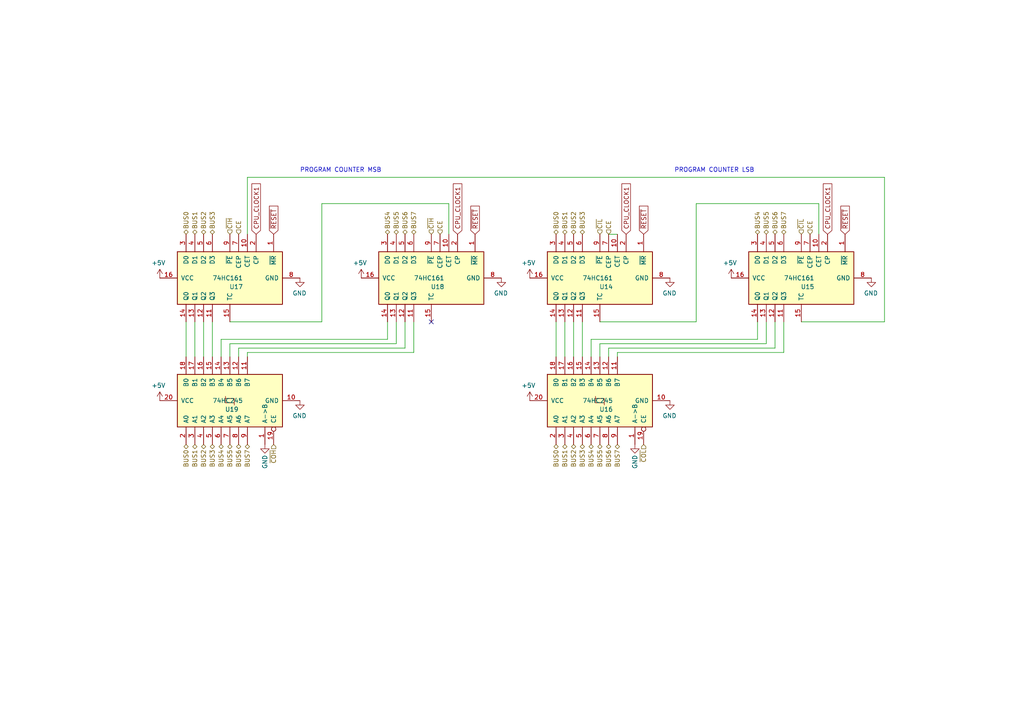
<source format=kicad_sch>
(kicad_sch (version 20211123) (generator eeschema)

  (uuid 531210ac-d133-4fad-8436-d617d548259f)

  (paper "A4")

  (title_block
    (title "Program Counter")
    (date "2023-06-22")
    (rev "1.2")
    (comment 2 "creativecommons.org/licenses/by-nc-sa/4.0/")
    (comment 3 "This work is licensed under CC BY-NC-SA 4.0")
    (comment 4 "Author: Carsten Herting (slu4)")
  )

  (lib_symbols
    (symbol "74xx:74HC245" (pin_names (offset 1.016)) (in_bom yes) (on_board yes)
      (property "Reference" "U" (id 0) (at -7.62 16.51 0)
        (effects (font (size 1.27 1.27)))
      )
      (property "Value" "74HC245" (id 1) (at -7.62 -16.51 0)
        (effects (font (size 1.27 1.27)))
      )
      (property "Footprint" "" (id 2) (at 0 0 0)
        (effects (font (size 1.27 1.27)) hide)
      )
      (property "Datasheet" "http://www.ti.com/lit/gpn/sn74HC245" (id 3) (at 0 0 0)
        (effects (font (size 1.27 1.27)) hide)
      )
      (property "ki_locked" "" (id 4) (at 0 0 0)
        (effects (font (size 1.27 1.27)))
      )
      (property "ki_keywords" "HCMOS BUS 3State" (id 5) (at 0 0 0)
        (effects (font (size 1.27 1.27)) hide)
      )
      (property "ki_description" "Octal BUS Transceivers, 3-State outputs" (id 6) (at 0 0 0)
        (effects (font (size 1.27 1.27)) hide)
      )
      (property "ki_fp_filters" "DIP?20*" (id 7) (at 0 0 0)
        (effects (font (size 1.27 1.27)) hide)
      )
      (symbol "74HC245_1_0"
        (polyline
          (pts
            (xy -0.635 -1.27)
            (xy -0.635 1.27)
            (xy 0.635 1.27)
          )
          (stroke (width 0) (type default) (color 0 0 0 0))
          (fill (type none))
        )
        (polyline
          (pts
            (xy -1.27 -1.27)
            (xy 0.635 -1.27)
            (xy 0.635 1.27)
            (xy 1.27 1.27)
          )
          (stroke (width 0) (type default) (color 0 0 0 0))
          (fill (type none))
        )
        (pin input line (at -12.7 -10.16 0) (length 5.08)
          (name "A->B" (effects (font (size 1.27 1.27))))
          (number "1" (effects (font (size 1.27 1.27))))
        )
        (pin power_in line (at 0 -20.32 90) (length 5.08)
          (name "GND" (effects (font (size 1.27 1.27))))
          (number "10" (effects (font (size 1.27 1.27))))
        )
        (pin tri_state line (at 12.7 -5.08 180) (length 5.08)
          (name "B7" (effects (font (size 1.27 1.27))))
          (number "11" (effects (font (size 1.27 1.27))))
        )
        (pin tri_state line (at 12.7 -2.54 180) (length 5.08)
          (name "B6" (effects (font (size 1.27 1.27))))
          (number "12" (effects (font (size 1.27 1.27))))
        )
        (pin tri_state line (at 12.7 0 180) (length 5.08)
          (name "B5" (effects (font (size 1.27 1.27))))
          (number "13" (effects (font (size 1.27 1.27))))
        )
        (pin tri_state line (at 12.7 2.54 180) (length 5.08)
          (name "B4" (effects (font (size 1.27 1.27))))
          (number "14" (effects (font (size 1.27 1.27))))
        )
        (pin tri_state line (at 12.7 5.08 180) (length 5.08)
          (name "B3" (effects (font (size 1.27 1.27))))
          (number "15" (effects (font (size 1.27 1.27))))
        )
        (pin tri_state line (at 12.7 7.62 180) (length 5.08)
          (name "B2" (effects (font (size 1.27 1.27))))
          (number "16" (effects (font (size 1.27 1.27))))
        )
        (pin tri_state line (at 12.7 10.16 180) (length 5.08)
          (name "B1" (effects (font (size 1.27 1.27))))
          (number "17" (effects (font (size 1.27 1.27))))
        )
        (pin tri_state line (at 12.7 12.7 180) (length 5.08)
          (name "B0" (effects (font (size 1.27 1.27))))
          (number "18" (effects (font (size 1.27 1.27))))
        )
        (pin input inverted (at -12.7 -12.7 0) (length 5.08)
          (name "CE" (effects (font (size 1.27 1.27))))
          (number "19" (effects (font (size 1.27 1.27))))
        )
        (pin tri_state line (at -12.7 12.7 0) (length 5.08)
          (name "A0" (effects (font (size 1.27 1.27))))
          (number "2" (effects (font (size 1.27 1.27))))
        )
        (pin power_in line (at 0 20.32 270) (length 5.08)
          (name "VCC" (effects (font (size 1.27 1.27))))
          (number "20" (effects (font (size 1.27 1.27))))
        )
        (pin tri_state line (at -12.7 10.16 0) (length 5.08)
          (name "A1" (effects (font (size 1.27 1.27))))
          (number "3" (effects (font (size 1.27 1.27))))
        )
        (pin tri_state line (at -12.7 7.62 0) (length 5.08)
          (name "A2" (effects (font (size 1.27 1.27))))
          (number "4" (effects (font (size 1.27 1.27))))
        )
        (pin tri_state line (at -12.7 5.08 0) (length 5.08)
          (name "A3" (effects (font (size 1.27 1.27))))
          (number "5" (effects (font (size 1.27 1.27))))
        )
        (pin tri_state line (at -12.7 2.54 0) (length 5.08)
          (name "A4" (effects (font (size 1.27 1.27))))
          (number "6" (effects (font (size 1.27 1.27))))
        )
        (pin tri_state line (at -12.7 0 0) (length 5.08)
          (name "A5" (effects (font (size 1.27 1.27))))
          (number "7" (effects (font (size 1.27 1.27))))
        )
        (pin tri_state line (at -12.7 -2.54 0) (length 5.08)
          (name "A6" (effects (font (size 1.27 1.27))))
          (number "8" (effects (font (size 1.27 1.27))))
        )
        (pin tri_state line (at -12.7 -5.08 0) (length 5.08)
          (name "A7" (effects (font (size 1.27 1.27))))
          (number "9" (effects (font (size 1.27 1.27))))
        )
      )
      (symbol "74HC245_1_1"
        (rectangle (start -7.62 15.24) (end 7.62 -15.24)
          (stroke (width 0.254) (type default) (color 0 0 0 0))
          (fill (type background))
        )
      )
    )
    (symbol "8-Bit CPU 32k:74HC161" (pin_names (offset 1.016)) (in_bom yes) (on_board yes)
      (property "Reference" "U" (id 0) (at -7.62 16.51 0)
        (effects (font (size 1.27 1.27)))
      )
      (property "Value" "74HC161" (id 1) (at -7.62 -16.51 0)
        (effects (font (size 1.27 1.27)))
      )
      (property "Footprint" "" (id 2) (at 0 0 0)
        (effects (font (size 1.27 1.27)) hide)
      )
      (property "Datasheet" "http://www.ti.com/lit/gpn/sn74LS161" (id 3) (at 0 0 0)
        (effects (font (size 1.27 1.27)) hide)
      )
      (property "ki_locked" "" (id 4) (at 0 0 0)
        (effects (font (size 1.27 1.27)))
      )
      (property "ki_keywords" "TTL CNT CNT4" (id 5) (at 0 0 0)
        (effects (font (size 1.27 1.27)) hide)
      )
      (property "ki_description" "Synchronous 4-bit programmable binary Counter" (id 6) (at 0 0 0)
        (effects (font (size 1.27 1.27)) hide)
      )
      (property "ki_fp_filters" "DIP?16*" (id 7) (at 0 0 0)
        (effects (font (size 1.27 1.27)) hide)
      )
      (symbol "74HC161_1_0"
        (pin input line (at -12.7 -12.7 0) (length 5.08)
          (name "~{MR}" (effects (font (size 1.27 1.27))))
          (number "1" (effects (font (size 1.27 1.27))))
        )
        (pin input line (at -12.7 -5.08 0) (length 5.08)
          (name "CET" (effects (font (size 1.27 1.27))))
          (number "10" (effects (font (size 1.27 1.27))))
        )
        (pin output line (at 12.7 5.08 180) (length 5.08)
          (name "Q3" (effects (font (size 1.27 1.27))))
          (number "11" (effects (font (size 1.27 1.27))))
        )
        (pin output line (at 12.7 7.62 180) (length 5.08)
          (name "Q2" (effects (font (size 1.27 1.27))))
          (number "12" (effects (font (size 1.27 1.27))))
        )
        (pin output line (at 12.7 10.16 180) (length 5.08)
          (name "Q1" (effects (font (size 1.27 1.27))))
          (number "13" (effects (font (size 1.27 1.27))))
        )
        (pin output line (at 12.7 12.7 180) (length 5.08)
          (name "Q0" (effects (font (size 1.27 1.27))))
          (number "14" (effects (font (size 1.27 1.27))))
        )
        (pin output line (at 12.7 0 180) (length 5.08)
          (name "TC" (effects (font (size 1.27 1.27))))
          (number "15" (effects (font (size 1.27 1.27))))
        )
        (pin power_in line (at 0 20.32 270) (length 5.08)
          (name "VCC" (effects (font (size 1.27 1.27))))
          (number "16" (effects (font (size 1.27 1.27))))
        )
        (pin input line (at -12.7 -7.62 0) (length 5.08)
          (name "CP" (effects (font (size 1.27 1.27))))
          (number "2" (effects (font (size 1.27 1.27))))
        )
        (pin input line (at -12.7 12.7 0) (length 5.08)
          (name "D0" (effects (font (size 1.27 1.27))))
          (number "3" (effects (font (size 1.27 1.27))))
        )
        (pin input line (at -12.7 10.16 0) (length 5.08)
          (name "D1" (effects (font (size 1.27 1.27))))
          (number "4" (effects (font (size 1.27 1.27))))
        )
        (pin input line (at -12.7 7.62 0) (length 5.08)
          (name "D2" (effects (font (size 1.27 1.27))))
          (number "5" (effects (font (size 1.27 1.27))))
        )
        (pin input line (at -12.7 5.08 0) (length 5.08)
          (name "D3" (effects (font (size 1.27 1.27))))
          (number "6" (effects (font (size 1.27 1.27))))
        )
        (pin input line (at -12.7 -2.54 0) (length 5.08)
          (name "CEP" (effects (font (size 1.27 1.27))))
          (number "7" (effects (font (size 1.27 1.27))))
        )
        (pin power_in line (at 0 -20.32 90) (length 5.08)
          (name "GND" (effects (font (size 1.27 1.27))))
          (number "8" (effects (font (size 1.27 1.27))))
        )
        (pin input line (at -12.7 0 0) (length 5.08)
          (name "~{PE}" (effects (font (size 1.27 1.27))))
          (number "9" (effects (font (size 1.27 1.27))))
        )
      )
      (symbol "74HC161_1_1"
        (rectangle (start -7.62 15.24) (end 7.62 -15.24)
          (stroke (width 0.254) (type default) (color 0 0 0 0))
          (fill (type background))
        )
      )
    )
    (symbol "power:+5V" (power) (pin_names (offset 0)) (in_bom yes) (on_board yes)
      (property "Reference" "#PWR" (id 0) (at 0 -3.81 0)
        (effects (font (size 1.27 1.27)) hide)
      )
      (property "Value" "+5V" (id 1) (at 0 3.556 0)
        (effects (font (size 1.27 1.27)))
      )
      (property "Footprint" "" (id 2) (at 0 0 0)
        (effects (font (size 1.27 1.27)) hide)
      )
      (property "Datasheet" "" (id 3) (at 0 0 0)
        (effects (font (size 1.27 1.27)) hide)
      )
      (property "ki_keywords" "power-flag" (id 4) (at 0 0 0)
        (effects (font (size 1.27 1.27)) hide)
      )
      (property "ki_description" "Power symbol creates a global label with name \"+5V\"" (id 5) (at 0 0 0)
        (effects (font (size 1.27 1.27)) hide)
      )
      (symbol "+5V_0_1"
        (polyline
          (pts
            (xy -0.762 1.27)
            (xy 0 2.54)
          )
          (stroke (width 0) (type default) (color 0 0 0 0))
          (fill (type none))
        )
        (polyline
          (pts
            (xy 0 0)
            (xy 0 2.54)
          )
          (stroke (width 0) (type default) (color 0 0 0 0))
          (fill (type none))
        )
        (polyline
          (pts
            (xy 0 2.54)
            (xy 0.762 1.27)
          )
          (stroke (width 0) (type default) (color 0 0 0 0))
          (fill (type none))
        )
      )
      (symbol "+5V_1_1"
        (pin power_in line (at 0 0 90) (length 0) hide
          (name "+5V" (effects (font (size 1.27 1.27))))
          (number "1" (effects (font (size 1.27 1.27))))
        )
      )
    )
    (symbol "power:GND" (power) (pin_names (offset 0)) (in_bom yes) (on_board yes)
      (property "Reference" "#PWR" (id 0) (at 0 -6.35 0)
        (effects (font (size 1.27 1.27)) hide)
      )
      (property "Value" "GND" (id 1) (at 0 -3.81 0)
        (effects (font (size 1.27 1.27)))
      )
      (property "Footprint" "" (id 2) (at 0 0 0)
        (effects (font (size 1.27 1.27)) hide)
      )
      (property "Datasheet" "" (id 3) (at 0 0 0)
        (effects (font (size 1.27 1.27)) hide)
      )
      (property "ki_keywords" "power-flag" (id 4) (at 0 0 0)
        (effects (font (size 1.27 1.27)) hide)
      )
      (property "ki_description" "Power symbol creates a global label with name \"GND\" , ground" (id 5) (at 0 0 0)
        (effects (font (size 1.27 1.27)) hide)
      )
      (symbol "GND_0_1"
        (polyline
          (pts
            (xy 0 0)
            (xy 0 -1.27)
            (xy 1.27 -1.27)
            (xy 0 -2.54)
            (xy -1.27 -1.27)
            (xy 0 -1.27)
          )
          (stroke (width 0) (type default) (color 0 0 0 0))
          (fill (type none))
        )
      )
      (symbol "GND_1_1"
        (pin power_in line (at 0 0 270) (length 0) hide
          (name "GND" (effects (font (size 1.27 1.27))))
          (number "1" (effects (font (size 1.27 1.27))))
        )
      )
    )
  )


  (no_connect (at 125.095 93.345) (uuid 0357b81f-16a6-43c9-977f-0f0283f7723a))

  (wire (pts (xy 256.54 93.345) (xy 232.41 93.345))
    (stroke (width 0) (type default) (color 0 0 0 0))
    (uuid 0104b068-1893-499b-a0aa-6f6701186d32)
  )
  (wire (pts (xy 166.37 93.345) (xy 166.37 103.505))
    (stroke (width 0) (type default) (color 0 0 0 0))
    (uuid 0534a723-a9d3-4143-b327-64389df85ab4)
  )
  (wire (pts (xy 120.015 93.345) (xy 120.015 102.235))
    (stroke (width 0) (type default) (color 0 0 0 0))
    (uuid 0ea4db56-4dcb-47a4-9a7a-5766813fbe8d)
  )
  (wire (pts (xy 71.755 51.435) (xy 256.54 51.435))
    (stroke (width 0) (type default) (color 0 0 0 0))
    (uuid 0fa0aa05-8661-4cbb-a431-045de2356d50)
  )
  (wire (pts (xy 168.91 93.345) (xy 168.91 103.505))
    (stroke (width 0) (type default) (color 0 0 0 0))
    (uuid 13419426-bdc9-4cbf-af9b-fe5e503846f5)
  )
  (wire (pts (xy 61.595 93.345) (xy 61.595 103.505))
    (stroke (width 0) (type default) (color 0 0 0 0))
    (uuid 15410681-9f05-4930-be6a-1acec9d4ad68)
  )
  (wire (pts (xy 201.93 59.055) (xy 237.49 59.055))
    (stroke (width 0) (type default) (color 0 0 0 0))
    (uuid 1ce315f8-993b-49da-806e-9a7c1eafeef3)
  )
  (wire (pts (xy 173.99 93.345) (xy 201.93 93.345))
    (stroke (width 0) (type default) (color 0 0 0 0))
    (uuid 224cdbcf-7914-47df-abc7-69b97ff018cc)
  )
  (wire (pts (xy 93.345 93.345) (xy 93.345 59.055))
    (stroke (width 0) (type default) (color 0 0 0 0))
    (uuid 240738d6-1b6e-421f-bf06-d17f46b48b0d)
  )
  (wire (pts (xy 176.53 100.965) (xy 224.79 100.965))
    (stroke (width 0) (type default) (color 0 0 0 0))
    (uuid 240b0f45-740f-4bf2-9fbe-0dc26f663167)
  )
  (wire (pts (xy 120.015 102.235) (xy 71.755 102.235))
    (stroke (width 0) (type default) (color 0 0 0 0))
    (uuid 289bb897-28b3-479d-9a8d-a9dfa00bf50c)
  )
  (wire (pts (xy 179.07 102.235) (xy 179.07 103.505))
    (stroke (width 0) (type default) (color 0 0 0 0))
    (uuid 29130982-b6be-44e4-a1d4-bf5595b9133c)
  )
  (wire (pts (xy 114.935 93.345) (xy 114.935 99.695))
    (stroke (width 0) (type default) (color 0 0 0 0))
    (uuid 327e027b-d29a-403c-bf5a-9911e0622269)
  )
  (wire (pts (xy 71.755 102.235) (xy 71.755 103.505))
    (stroke (width 0) (type default) (color 0 0 0 0))
    (uuid 454059df-d0e4-4fc5-a7fd-56d3ea07abda)
  )
  (wire (pts (xy 66.675 93.345) (xy 93.345 93.345))
    (stroke (width 0) (type default) (color 0 0 0 0))
    (uuid 46f98bd3-51c8-4cce-ae46-67de145958ba)
  )
  (wire (pts (xy 219.71 98.425) (xy 219.71 93.345))
    (stroke (width 0) (type default) (color 0 0 0 0))
    (uuid 4f87e31c-8c0d-4cd6-a7c6-4be4e6737fc2)
  )
  (wire (pts (xy 114.935 99.695) (xy 66.675 99.695))
    (stroke (width 0) (type default) (color 0 0 0 0))
    (uuid 533048b0-71d0-4b4b-8467-d6b5448bccfe)
  )
  (wire (pts (xy 130.175 59.055) (xy 130.175 67.945))
    (stroke (width 0) (type default) (color 0 0 0 0))
    (uuid 73cfcac9-48ff-4f59-b676-12e470dbd398)
  )
  (wire (pts (xy 222.25 93.345) (xy 222.25 99.695))
    (stroke (width 0) (type default) (color 0 0 0 0))
    (uuid 74995aa5-4ea0-4eef-a9d0-b5781a7c341d)
  )
  (wire (pts (xy 171.45 98.425) (xy 171.45 103.505))
    (stroke (width 0) (type default) (color 0 0 0 0))
    (uuid 76f6bed8-84f0-4ee9-ba4b-490c994dc65a)
  )
  (wire (pts (xy 69.215 100.965) (xy 117.475 100.965))
    (stroke (width 0) (type default) (color 0 0 0 0))
    (uuid 7830df43-7628-4b5f-9f53-a5e7051a90aa)
  )
  (wire (pts (xy 176.53 100.965) (xy 176.53 103.505))
    (stroke (width 0) (type default) (color 0 0 0 0))
    (uuid 78ea9bdb-ea8a-45e8-85c2-1bcd333fccbb)
  )
  (wire (pts (xy 64.135 98.425) (xy 64.135 103.505))
    (stroke (width 0) (type default) (color 0 0 0 0))
    (uuid 7b7f5244-dfd5-40a2-82af-cc66541456f0)
  )
  (wire (pts (xy 256.54 51.435) (xy 256.54 93.345))
    (stroke (width 0) (type default) (color 0 0 0 0))
    (uuid 863de7a2-d35b-4042-8196-bc01814eb3bb)
  )
  (wire (pts (xy 222.25 99.695) (xy 173.99 99.695))
    (stroke (width 0) (type default) (color 0 0 0 0))
    (uuid 894aad6f-8952-4564-af44-e646ffdd1b14)
  )
  (wire (pts (xy 64.135 98.425) (xy 112.395 98.425))
    (stroke (width 0) (type default) (color 0 0 0 0))
    (uuid 8e6ab608-e7ac-4591-b40a-feb4fa5f4f10)
  )
  (wire (pts (xy 179.07 67.945) (xy 176.53 67.945))
    (stroke (width 0) (type default) (color 0 0 0 0))
    (uuid 95207bd2-3e5c-43b8-8aa2-3e2dd51f33b4)
  )
  (wire (pts (xy 161.29 93.345) (xy 161.29 103.505))
    (stroke (width 0) (type default) (color 0 0 0 0))
    (uuid a1263b0b-b37e-4d9f-bf1d-5b5057c35ec5)
  )
  (wire (pts (xy 53.975 93.345) (xy 53.975 103.505))
    (stroke (width 0) (type default) (color 0 0 0 0))
    (uuid a3680920-e2bc-40fe-805c-61c7650550de)
  )
  (wire (pts (xy 227.33 93.345) (xy 227.33 102.235))
    (stroke (width 0) (type default) (color 0 0 0 0))
    (uuid a6907dd1-8536-48e4-a30c-6f1cb54617e6)
  )
  (wire (pts (xy 173.99 99.695) (xy 173.99 103.505))
    (stroke (width 0) (type default) (color 0 0 0 0))
    (uuid add2d093-43f4-4562-99c3-a3cca266d1c2)
  )
  (wire (pts (xy 163.83 93.345) (xy 163.83 103.505))
    (stroke (width 0) (type default) (color 0 0 0 0))
    (uuid af773cf2-9535-4ade-bf50-1ef5b062d323)
  )
  (wire (pts (xy 224.79 100.965) (xy 224.79 93.345))
    (stroke (width 0) (type default) (color 0 0 0 0))
    (uuid b21ce4a9-c486-4224-ac1c-d4cbd95375f0)
  )
  (wire (pts (xy 171.45 98.425) (xy 219.71 98.425))
    (stroke (width 0) (type default) (color 0 0 0 0))
    (uuid b5dea5a5-8174-4198-b845-bf6383071af4)
  )
  (wire (pts (xy 93.345 59.055) (xy 130.175 59.055))
    (stroke (width 0) (type default) (color 0 0 0 0))
    (uuid b5f12581-a49d-464f-ba2b-81373f881e89)
  )
  (wire (pts (xy 112.395 98.425) (xy 112.395 93.345))
    (stroke (width 0) (type default) (color 0 0 0 0))
    (uuid b9b0a9ec-3855-4b74-946d-94cfde52ac5d)
  )
  (wire (pts (xy 56.515 93.345) (xy 56.515 103.505))
    (stroke (width 0) (type default) (color 0 0 0 0))
    (uuid bf1ee8f6-dab8-458d-995f-2c0fe2988386)
  )
  (wire (pts (xy 59.055 93.345) (xy 59.055 103.505))
    (stroke (width 0) (type default) (color 0 0 0 0))
    (uuid bf6a747f-314e-49f6-95a6-ee328041ac36)
  )
  (wire (pts (xy 227.33 102.235) (xy 179.07 102.235))
    (stroke (width 0) (type default) (color 0 0 0 0))
    (uuid c2d567e4-2d66-43fd-b47e-78f91c1dce4c)
  )
  (wire (pts (xy 117.475 100.965) (xy 117.475 93.345))
    (stroke (width 0) (type default) (color 0 0 0 0))
    (uuid c9472f76-8b6e-49a0-927e-77d886e7f559)
  )
  (wire (pts (xy 66.675 99.695) (xy 66.675 103.505))
    (stroke (width 0) (type default) (color 0 0 0 0))
    (uuid d86312d6-ef17-4ee7-bfea-a38668c37024)
  )
  (wire (pts (xy 71.755 67.945) (xy 71.755 51.435))
    (stroke (width 0) (type default) (color 0 0 0 0))
    (uuid e18acffb-77c5-4848-912a-d5fee6f22ec9)
  )
  (wire (pts (xy 69.215 100.965) (xy 69.215 103.505))
    (stroke (width 0) (type default) (color 0 0 0 0))
    (uuid e18f551d-7723-4574-bf86-f44a0fb09225)
  )
  (wire (pts (xy 201.93 93.345) (xy 201.93 59.055))
    (stroke (width 0) (type default) (color 0 0 0 0))
    (uuid e79575ee-ffe2-4ada-bac6-91d82f6479b3)
  )
  (wire (pts (xy 237.49 59.055) (xy 237.49 67.945))
    (stroke (width 0) (type default) (color 0 0 0 0))
    (uuid fc2a41a1-96ca-4bbe-a876-46ff3750c922)
  )

  (text "PROGRAM COUNTER MSB" (at 86.995 50.165 0)
    (effects (font (size 1.27 1.27)) (justify left bottom))
    (uuid 4abf2062-f79e-4392-b528-351d94b0d463)
  )
  (text "PROGRAM COUNTER LSB" (at 195.58 50.165 0)
    (effects (font (size 1.27 1.27)) (justify left bottom))
    (uuid 66d5bf2f-0634-4d7d-9c1f-9a062c867060)
  )

  (global_label "~{RESET}" (shape input) (at 186.69 67.945 90) (fields_autoplaced)
    (effects (font (size 1.27 1.27)) (justify left))
    (uuid 0f02b419-b1af-43d0-81b5-372beaf4338a)
    (property "Intersheet References" "${INTERSHEET_REFS}" (id 0) (at 393.7 19.685 0)
      (effects (font (size 1.27 1.27)) (justify left) hide)
    )
  )
  (global_label "~{RESET}" (shape input) (at 137.795 67.945 90) (fields_autoplaced)
    (effects (font (size 1.27 1.27)) (justify left))
    (uuid 280068d7-0771-41cf-8990-6107f472a0e5)
    (property "Intersheet References" "${INTERSHEET_REFS}" (id 0) (at 167.005 19.685 0)
      (effects (font (size 1.27 1.27)) (justify left) hide)
    )
  )
  (global_label "CPU_CLOCK1" (shape input) (at 181.61 67.945 90) (fields_autoplaced)
    (effects (font (size 1.27 1.27)) (justify left))
    (uuid 3d36880f-c58e-48b8-9953-cb111bea2c66)
    (property "Intersheet References" "${INTERSHEET_REFS}" (id 0) (at 181.5306 53.4046 90)
      (effects (font (size 1.27 1.27)) (justify left) hide)
    )
  )
  (global_label "~{RESET}" (shape input) (at 245.11 67.945 90) (fields_autoplaced)
    (effects (font (size 1.27 1.27)) (justify left))
    (uuid 898a76e1-bcef-46c4-b34b-f8d041b004c3)
    (property "Intersheet References" "${INTERSHEET_REFS}" (id 0) (at 393.7 19.685 0)
      (effects (font (size 1.27 1.27)) (justify left) hide)
    )
  )
  (global_label "CPU_CLOCK1" (shape input) (at 74.295 67.945 90) (fields_autoplaced)
    (effects (font (size 1.27 1.27)) (justify left))
    (uuid 93fecfc3-ee00-4d17-a705-954717e3ce61)
    (property "Intersheet References" "${INTERSHEET_REFS}" (id 0) (at 74.2156 53.4046 90)
      (effects (font (size 1.27 1.27)) (justify left) hide)
    )
  )
  (global_label "CPU_CLOCK1" (shape input) (at 132.715 67.945 90) (fields_autoplaced)
    (effects (font (size 1.27 1.27)) (justify left))
    (uuid ca2caae0-94c8-42e5-bc84-0d60900ef794)
    (property "Intersheet References" "${INTERSHEET_REFS}" (id 0) (at 132.6356 53.4046 90)
      (effects (font (size 1.27 1.27)) (justify left) hide)
    )
  )
  (global_label "~{RESET}" (shape input) (at 79.375 67.945 90) (fields_autoplaced)
    (effects (font (size 1.27 1.27)) (justify left))
    (uuid d0d05d04-fc4a-4a0b-a40e-d8f196d10616)
    (property "Intersheet References" "${INTERSHEET_REFS}" (id 0) (at 167.005 19.685 0)
      (effects (font (size 1.27 1.27)) (justify left) hide)
    )
  )
  (global_label "CPU_CLOCK1" (shape input) (at 240.03 67.945 90) (fields_autoplaced)
    (effects (font (size 1.27 1.27)) (justify left))
    (uuid f4dc6ec2-7e55-4670-90aa-c5044c5e2778)
    (property "Intersheet References" "${INTERSHEET_REFS}" (id 0) (at 239.9506 53.4046 90)
      (effects (font (size 1.27 1.27)) (justify left) hide)
    )
  )

  (hierarchical_label "~{COH}" (shape input) (at 79.375 128.905 270)
    (effects (font (size 1.27 1.27)) (justify right))
    (uuid 08ab3d16-ac4f-4f37-9cf4-d8ce5ed3024d)
  )
  (hierarchical_label "BUS3" (shape bidirectional) (at 61.595 67.945 90)
    (effects (font (size 1.27 1.27)) (justify left))
    (uuid 0ce63971-0f03-4958-9b10-d74caee28a9b)
  )
  (hierarchical_label "BUS0" (shape bidirectional) (at 53.975 128.905 270)
    (effects (font (size 1.27 1.27)) (justify right))
    (uuid 1231232c-afe7-4c16-8898-0eabbae7010d)
  )
  (hierarchical_label "BUS6" (shape bidirectional) (at 69.215 128.905 270)
    (effects (font (size 1.27 1.27)) (justify right))
    (uuid 1d69845c-2423-4965-97d7-001603b89ce0)
  )
  (hierarchical_label "BUS5" (shape bidirectional) (at 66.675 128.905 270)
    (effects (font (size 1.27 1.27)) (justify right))
    (uuid 1f579250-f6d6-47b7-816c-3d8480f28b80)
  )
  (hierarchical_label "CE" (shape input) (at 69.215 67.945 90)
    (effects (font (size 1.27 1.27)) (justify left))
    (uuid 2a1e3e68-93ea-4fe8-b99f-ffda2f5b6079)
  )
  (hierarchical_label "CE" (shape input) (at 234.95 67.945 90)
    (effects (font (size 1.27 1.27)) (justify left))
    (uuid 354fc221-19df-448f-8bd5-8449ab04b3f4)
  )
  (hierarchical_label "~{CIH}" (shape input) (at 125.095 67.945 90)
    (effects (font (size 1.27 1.27)) (justify left))
    (uuid 3fcf47c7-1f4f-4eae-bf95-635c570fa92f)
  )
  (hierarchical_label "BUS1" (shape bidirectional) (at 56.515 128.905 270)
    (effects (font (size 1.27 1.27)) (justify right))
    (uuid 40f5ed41-351b-42e7-92c1-f8bca4a9663b)
  )
  (hierarchical_label "BUS2" (shape bidirectional) (at 166.37 128.905 270)
    (effects (font (size 1.27 1.27)) (justify right))
    (uuid 4c8cf767-fa32-4125-b48d-91a39812fa54)
  )
  (hierarchical_label "BUS6" (shape bidirectional) (at 117.475 67.945 90)
    (effects (font (size 1.27 1.27)) (justify left))
    (uuid 562d78bc-8c9c-405a-9461-06c9b6e72553)
  )
  (hierarchical_label "~{CIL}" (shape input) (at 173.99 67.945 90)
    (effects (font (size 1.27 1.27)) (justify left))
    (uuid 5e1f2e7d-1c19-4caf-85bb-c9855eec7320)
  )
  (hierarchical_label "BUS1" (shape bidirectional) (at 163.83 128.905 270)
    (effects (font (size 1.27 1.27)) (justify right))
    (uuid 66aba6ab-cf2b-44f0-a67c-29b60c803a21)
  )
  (hierarchical_label "BUS4" (shape bidirectional) (at 112.395 67.945 90)
    (effects (font (size 1.27 1.27)) (justify left))
    (uuid 697a767f-a76b-42ab-aed2-78f971902476)
  )
  (hierarchical_label "BUS5" (shape bidirectional) (at 222.25 67.945 90)
    (effects (font (size 1.27 1.27)) (justify left))
    (uuid 6cb58024-b947-4e35-99a5-89a407f1ad4b)
  )
  (hierarchical_label "BUS3" (shape bidirectional) (at 61.595 128.905 270)
    (effects (font (size 1.27 1.27)) (justify right))
    (uuid 75249462-0586-41b0-adc1-5b6909357edb)
  )
  (hierarchical_label "BUS2" (shape bidirectional) (at 59.055 128.905 270)
    (effects (font (size 1.27 1.27)) (justify right))
    (uuid 75def346-8e6c-4b76-a639-7a905977d204)
  )
  (hierarchical_label "BUS6" (shape bidirectional) (at 176.53 128.905 270)
    (effects (font (size 1.27 1.27)) (justify right))
    (uuid 79a49efe-08d7-485d-94c7-f742bef03374)
  )
  (hierarchical_label "BUS5" (shape bidirectional) (at 173.99 128.905 270)
    (effects (font (size 1.27 1.27)) (justify right))
    (uuid 7b49412b-442d-4b1b-950a-558c2527c463)
  )
  (hierarchical_label "BUS4" (shape bidirectional) (at 171.45 128.905 270)
    (effects (font (size 1.27 1.27)) (justify right))
    (uuid 87d195d9-03e5-4114-a281-4c6c1642459c)
  )
  (hierarchical_label "BUS7" (shape bidirectional) (at 227.33 67.945 90)
    (effects (font (size 1.27 1.27)) (justify left))
    (uuid 8a3a7981-f500-485c-8802-939aa9c31f1c)
  )
  (hierarchical_label "BUS2" (shape bidirectional) (at 166.37 67.945 90)
    (effects (font (size 1.27 1.27)) (justify left))
    (uuid 8ac3c0cc-f477-42b3-afbc-054dc09508ed)
  )
  (hierarchical_label "BUS0" (shape bidirectional) (at 161.29 128.905 270)
    (effects (font (size 1.27 1.27)) (justify right))
    (uuid 8bfac54a-4a6c-472e-9ec1-2bbbba7be643)
  )
  (hierarchical_label "BUS1" (shape bidirectional) (at 163.83 67.945 90)
    (effects (font (size 1.27 1.27)) (justify left))
    (uuid 8d4f00ef-9583-4af8-8848-7701e0016357)
  )
  (hierarchical_label "BUS1" (shape bidirectional) (at 56.515 67.945 90)
    (effects (font (size 1.27 1.27)) (justify left))
    (uuid 8f89ce2f-56a8-4a3a-896a-7837dfad7bb4)
  )
  (hierarchical_label "BUS7" (shape bidirectional) (at 179.07 128.905 270)
    (effects (font (size 1.27 1.27)) (justify right))
    (uuid 985df4e0-c462-4849-9dcb-e62e9a6820c2)
  )
  (hierarchical_label "BUS3" (shape bidirectional) (at 168.91 128.905 270)
    (effects (font (size 1.27 1.27)) (justify right))
    (uuid 9c403fa4-b1d8-4f2b-b845-56e7a1c0fcf8)
  )
  (hierarchical_label "BUS2" (shape bidirectional) (at 59.055 67.945 90)
    (effects (font (size 1.27 1.27)) (justify left))
    (uuid a7a80ed3-ced3-4490-afe1-4ba507766ef4)
  )
  (hierarchical_label "BUS3" (shape bidirectional) (at 168.91 67.945 90)
    (effects (font (size 1.27 1.27)) (justify left))
    (uuid a7ac3879-e710-4bf5-88cd-34dcf136d133)
  )
  (hierarchical_label "BUS7" (shape bidirectional) (at 120.015 67.945 90)
    (effects (font (size 1.27 1.27)) (justify left))
    (uuid a8921fd8-e20d-4af8-8316-d57fc89d1021)
  )
  (hierarchical_label "BUS4" (shape bidirectional) (at 219.71 67.945 90)
    (effects (font (size 1.27 1.27)) (justify left))
    (uuid add7a33d-bd46-437a-b0cc-12aef9e8b9ed)
  )
  (hierarchical_label "~{CIH}" (shape input) (at 66.675 67.945 90)
    (effects (font (size 1.27 1.27)) (justify left))
    (uuid ca9dba15-5b9d-4e7b-beca-26acbc175ac3)
  )
  (hierarchical_label "~{COL}" (shape input) (at 186.69 128.905 270)
    (effects (font (size 1.27 1.27)) (justify right))
    (uuid d214530d-57cb-4eb9-ae3c-3448147d738c)
  )
  (hierarchical_label "BUS0" (shape bidirectional) (at 53.975 67.945 90)
    (effects (font (size 1.27 1.27)) (justify left))
    (uuid d7e3b7a1-99df-4eaf-b7e9-942e1e7f0a39)
  )
  (hierarchical_label "BUS4" (shape bidirectional) (at 64.135 128.905 270)
    (effects (font (size 1.27 1.27)) (justify right))
    (uuid d8467d49-76d6-480f-80c1-c99116098ef9)
  )
  (hierarchical_label "CE" (shape input) (at 176.53 67.945 90)
    (effects (font (size 1.27 1.27)) (justify left))
    (uuid dc33082b-c94f-40b6-98e4-bb5df40bf19a)
  )
  (hierarchical_label "BUS5" (shape bidirectional) (at 114.935 67.945 90)
    (effects (font (size 1.27 1.27)) (justify left))
    (uuid dde8f825-cc7e-477f-8b84-04a15f85b8f8)
  )
  (hierarchical_label "~{CIL}" (shape input) (at 232.41 67.945 90)
    (effects (font (size 1.27 1.27)) (justify left))
    (uuid e92545ec-2321-4a8e-adfc-bd419b82c6d9)
  )
  (hierarchical_label "BUS7" (shape bidirectional) (at 71.755 128.905 270)
    (effects (font (size 1.27 1.27)) (justify right))
    (uuid ead6af8b-7add-4ead-9a85-10c2ef250b9b)
  )
  (hierarchical_label "BUS6" (shape bidirectional) (at 224.79 67.945 90)
    (effects (font (size 1.27 1.27)) (justify left))
    (uuid edc04778-8c4f-4932-a18a-b9dc119e7a86)
  )
  (hierarchical_label "CE" (shape input) (at 127.635 67.945 90)
    (effects (font (size 1.27 1.27)) (justify left))
    (uuid f1e7bec4-330d-4c04-9ab4-a0cd0df6c743)
  )
  (hierarchical_label "BUS0" (shape bidirectional) (at 161.29 67.945 90)
    (effects (font (size 1.27 1.27)) (justify left))
    (uuid f6ec6279-bb40-435b-b112-7a33c6716f37)
  )

  (symbol (lib_id "power:GND") (at 86.995 80.645 0) (mirror y) (unit 1)
    (in_bom yes) (on_board yes)
    (uuid 00000000-0000-0000-0000-00005f0c68c8)
    (property "Reference" "#PWR0129" (id 0) (at 86.995 86.995 0)
      (effects (font (size 1.27 1.27)) hide)
    )
    (property "Value" "GND" (id 1) (at 86.868 85.0392 0))
    (property "Footprint" "" (id 2) (at 86.995 80.645 0)
      (effects (font (size 1.27 1.27)) hide)
    )
    (property "Datasheet" "" (id 3) (at 86.995 80.645 0)
      (effects (font (size 1.27 1.27)) hide)
    )
    (pin "1" (uuid 2ba6202a-3a9c-4b37-b377-f330f698568b))
  )

  (symbol (lib_id "74xx:74HC245") (at 173.99 116.205 90) (unit 1)
    (in_bom yes) (on_board yes)
    (uuid 00000000-0000-0000-0000-00005f907909)
    (property "Reference" "U16" (id 0) (at 177.8 118.745 90)
      (effects (font (size 1.27 1.27)) (justify left))
    )
    (property "Value" "74HC245" (id 1) (at 177.8 116.205 90)
      (effects (font (size 1.27 1.27)) (justify left))
    )
    (property "Footprint" "Package_DIP:DIP-20_W7.62mm" (id 2) (at 173.99 116.205 0)
      (effects (font (size 1.27 1.27)) hide)
    )
    (property "Datasheet" "http://www.ti.com/lit/gpn/sn74HC245" (id 3) (at 173.99 116.205 0)
      (effects (font (size 1.27 1.27)) hide)
    )
    (pin "1" (uuid a8aa4537-93ef-4b74-b540-4cde36fd067a))
    (pin "10" (uuid a4242a08-98b6-40ca-8cfc-838c1d04b6a2))
    (pin "11" (uuid f757b196-d1fb-4f70-847e-b7114e8d7d07))
    (pin "12" (uuid 42fb5bca-5b64-4c0a-9944-a58980fce27f))
    (pin "13" (uuid 6732fa35-42b7-4036-ac97-020fbf9aa07e))
    (pin "14" (uuid 3abdbfa0-7d74-44a1-bd98-4987b89d8b55))
    (pin "15" (uuid 6933b4e5-5b35-408a-bd28-eccf9e32e55b))
    (pin "16" (uuid 8d017811-c830-42ac-a1e8-04d79a3eb345))
    (pin "17" (uuid 67e03c34-6150-4d56-9878-193ad5a42122))
    (pin "18" (uuid d6daa007-ef4d-4ee1-b5c9-dfe41babc084))
    (pin "19" (uuid 8eef33a3-cb4d-4837-853b-d90c1b5468d8))
    (pin "2" (uuid ba2488bb-99c6-4868-9a0e-eccadfb8737b))
    (pin "20" (uuid 24e7f31b-e4a8-4c14-9709-078b7c0924f9))
    (pin "3" (uuid cc45d377-18c9-415c-b412-1e9f00675df3))
    (pin "4" (uuid 4026f738-ecc2-4826-8a27-e60075d94c39))
    (pin "5" (uuid a5782601-8a22-48e2-a4db-8e0bce5f06e6))
    (pin "6" (uuid 18066737-2c79-4ba8-a51a-26669071cbb5))
    (pin "7" (uuid abeef1c8-f0b8-48ba-b6fb-cf9acaebdbc3))
    (pin "8" (uuid 528d320a-f727-49bb-8080-ba7ee4e318cb))
    (pin "9" (uuid 30c427ca-e68e-4aa8-9223-d12ed910dbe3))
  )

  (symbol (lib_id "power:+5V") (at 212.09 80.645 0) (mirror y) (unit 1)
    (in_bom yes) (on_board yes)
    (uuid 00000000-0000-0000-0000-00005f9174f1)
    (property "Reference" "#PWR0135" (id 0) (at 212.09 84.455 0)
      (effects (font (size 1.27 1.27)) hide)
    )
    (property "Value" "+5V" (id 1) (at 211.709 76.2508 0))
    (property "Footprint" "" (id 2) (at 212.09 80.645 0)
      (effects (font (size 1.27 1.27)) hide)
    )
    (property "Datasheet" "" (id 3) (at 212.09 80.645 0)
      (effects (font (size 1.27 1.27)) hide)
    )
    (pin "1" (uuid e38a1872-ed62-42aa-9ea2-792e15c76146))
  )

  (symbol (lib_id "power:GND") (at 252.73 80.645 0) (mirror y) (unit 1)
    (in_bom yes) (on_board yes)
    (uuid 00000000-0000-0000-0000-00005f917b6a)
    (property "Reference" "#PWR0134" (id 0) (at 252.73 86.995 0)
      (effects (font (size 1.27 1.27)) hide)
    )
    (property "Value" "GND" (id 1) (at 252.603 85.0392 0))
    (property "Footprint" "" (id 2) (at 252.73 80.645 0)
      (effects (font (size 1.27 1.27)) hide)
    )
    (property "Datasheet" "" (id 3) (at 252.73 80.645 0)
      (effects (font (size 1.27 1.27)) hide)
    )
    (pin "1" (uuid e3dc3c57-e0f0-46df-987e-c06371265a3e))
  )

  (symbol (lib_id "power:GND") (at 194.31 80.645 0) (mirror y) (unit 1)
    (in_bom yes) (on_board yes)
    (uuid 00000000-0000-0000-0000-00005f918649)
    (property "Reference" "#PWR0136" (id 0) (at 194.31 86.995 0)
      (effects (font (size 1.27 1.27)) hide)
    )
    (property "Value" "GND" (id 1) (at 194.183 85.0392 0))
    (property "Footprint" "" (id 2) (at 194.31 80.645 0)
      (effects (font (size 1.27 1.27)) hide)
    )
    (property "Datasheet" "" (id 3) (at 194.31 80.645 0)
      (effects (font (size 1.27 1.27)) hide)
    )
    (pin "1" (uuid 1d7b676c-eed1-4aba-b0c8-00da2d2e0362))
  )

  (symbol (lib_id "power:+5V") (at 153.67 80.645 0) (mirror y) (unit 1)
    (in_bom yes) (on_board yes)
    (uuid 00000000-0000-0000-0000-00005f91896c)
    (property "Reference" "#PWR0139" (id 0) (at 153.67 84.455 0)
      (effects (font (size 1.27 1.27)) hide)
    )
    (property "Value" "+5V" (id 1) (at 153.289 76.2508 0))
    (property "Footprint" "" (id 2) (at 153.67 80.645 0)
      (effects (font (size 1.27 1.27)) hide)
    )
    (property "Datasheet" "" (id 3) (at 153.67 80.645 0)
      (effects (font (size 1.27 1.27)) hide)
    )
    (pin "1" (uuid 7efb4a2f-1e93-49b6-aa91-bd50fd326aa7))
  )

  (symbol (lib_id "power:GND") (at 194.31 116.205 0) (mirror y) (unit 1)
    (in_bom yes) (on_board yes)
    (uuid 00000000-0000-0000-0000-00005f91bfcd)
    (property "Reference" "#PWR0137" (id 0) (at 194.31 122.555 0)
      (effects (font (size 1.27 1.27)) hide)
    )
    (property "Value" "GND" (id 1) (at 194.183 120.5992 0))
    (property "Footprint" "" (id 2) (at 194.31 116.205 0)
      (effects (font (size 1.27 1.27)) hide)
    )
    (property "Datasheet" "" (id 3) (at 194.31 116.205 0)
      (effects (font (size 1.27 1.27)) hide)
    )
    (pin "1" (uuid f9b561d5-e103-433c-ae32-f546c4b236a2))
  )

  (symbol (lib_id "power:+5V") (at 153.67 116.205 0) (mirror y) (unit 1)
    (in_bom yes) (on_board yes)
    (uuid 00000000-0000-0000-0000-00005f91c5a3)
    (property "Reference" "#PWR0140" (id 0) (at 153.67 120.015 0)
      (effects (font (size 1.27 1.27)) hide)
    )
    (property "Value" "+5V" (id 1) (at 153.289 111.8108 0))
    (property "Footprint" "" (id 2) (at 153.67 116.205 0)
      (effects (font (size 1.27 1.27)) hide)
    )
    (property "Datasheet" "" (id 3) (at 153.67 116.205 0)
      (effects (font (size 1.27 1.27)) hide)
    )
    (pin "1" (uuid b3356d8a-aa7e-4342-a45e-00ce554cb5f9))
  )

  (symbol (lib_id "power:GND") (at 184.15 128.905 0) (mirror y) (unit 1)
    (in_bom yes) (on_board yes)
    (uuid 00000000-0000-0000-0000-00005f91c9dc)
    (property "Reference" "#PWR0138" (id 0) (at 184.15 135.255 0)
      (effects (font (size 1.27 1.27)) hide)
    )
    (property "Value" "GND" (id 1) (at 184.15 133.985 90))
    (property "Footprint" "" (id 2) (at 184.15 128.905 0)
      (effects (font (size 1.27 1.27)) hide)
    )
    (property "Datasheet" "" (id 3) (at 184.15 128.905 0)
      (effects (font (size 1.27 1.27)) hide)
    )
    (pin "1" (uuid cca59b49-bce7-4cfa-91f8-b1ed70eb48da))
  )

  (symbol (lib_id "74xx:74HC245") (at 66.675 116.205 90) (unit 1)
    (in_bom yes) (on_board yes)
    (uuid 00000000-0000-0000-0000-00005f9526c6)
    (property "Reference" "U19" (id 0) (at 69.215 118.745 90)
      (effects (font (size 1.27 1.27)) (justify left))
    )
    (property "Value" "74HC245" (id 1) (at 70.485 116.205 90)
      (effects (font (size 1.27 1.27)) (justify left))
    )
    (property "Footprint" "Package_DIP:DIP-20_W7.62mm" (id 2) (at 66.675 116.205 0)
      (effects (font (size 1.27 1.27)) hide)
    )
    (property "Datasheet" "http://www.ti.com/lit/gpn/sn74HC245" (id 3) (at 66.675 116.205 0)
      (effects (font (size 1.27 1.27)) hide)
    )
    (pin "1" (uuid d34f81fb-87ed-46f6-95db-55e54af6e756))
    (pin "10" (uuid 0a7b9196-dbb7-4e15-9783-0e8e72d5856a))
    (pin "11" (uuid 2aba604b-12bf-4576-830a-c22b56428a59))
    (pin "12" (uuid ef7f1074-e134-4a9a-a34f-499eb2ac6e4a))
    (pin "13" (uuid 05b070c7-1314-4a36-b065-40f26076a63c))
    (pin "14" (uuid 6ecccbb5-b4ca-4ed2-9ec2-90900f3a10dc))
    (pin "15" (uuid bb401126-1246-4b0a-a0a7-b3463739c1f9))
    (pin "16" (uuid e10c6c5f-7c09-4a35-be2c-d679215ed6dd))
    (pin "17" (uuid f7901ab4-a9d3-4384-aaf8-52d6fe2d609f))
    (pin "18" (uuid 64b210be-a2c3-4187-af71-d98fbd2da324))
    (pin "19" (uuid 98ce5582-d6f4-47a0-a911-8c0052bc8740))
    (pin "2" (uuid 4e71a108-e227-40d9-b1ff-4b2d021e100f))
    (pin "20" (uuid 94b82a05-d4d9-4d7d-be41-c08b3bead1eb))
    (pin "3" (uuid b9a7788a-fe17-4c5f-8d84-61df297c9dad))
    (pin "4" (uuid 8488b214-ccf9-418a-95fd-0d03a81789a7))
    (pin "5" (uuid bc5b1cfb-c06c-4a21-b63b-f80642e1ac0d))
    (pin "6" (uuid 2b4eee5a-a1d5-4049-a006-7780e86fe0cf))
    (pin "7" (uuid e0f236da-3aa6-430b-b47b-36a849fb7300))
    (pin "8" (uuid ea4b7cab-3e1c-46ba-8139-96496da3223a))
    (pin "9" (uuid da93fcac-8b1f-46cf-bc67-2abff765d4a6))
  )

  (symbol (lib_id "power:+5V") (at 104.775 80.645 0) (mirror y) (unit 1)
    (in_bom yes) (on_board yes)
    (uuid 00000000-0000-0000-0000-00005f952707)
    (property "Reference" "#PWR0128" (id 0) (at 104.775 84.455 0)
      (effects (font (size 1.27 1.27)) hide)
    )
    (property "Value" "+5V" (id 1) (at 104.394 76.2508 0))
    (property "Footprint" "" (id 2) (at 104.775 80.645 0)
      (effects (font (size 1.27 1.27)) hide)
    )
    (property "Datasheet" "" (id 3) (at 104.775 80.645 0)
      (effects (font (size 1.27 1.27)) hide)
    )
    (pin "1" (uuid 5c7af8c9-a9e5-4c69-ba48-548cd8f0612b))
  )

  (symbol (lib_id "power:GND") (at 145.415 80.645 0) (mirror y) (unit 1)
    (in_bom yes) (on_board yes)
    (uuid 00000000-0000-0000-0000-00005f952711)
    (property "Reference" "#PWR0127" (id 0) (at 145.415 86.995 0)
      (effects (font (size 1.27 1.27)) hide)
    )
    (property "Value" "GND" (id 1) (at 145.288 85.0392 0))
    (property "Footprint" "" (id 2) (at 145.415 80.645 0)
      (effects (font (size 1.27 1.27)) hide)
    )
    (property "Datasheet" "" (id 3) (at 145.415 80.645 0)
      (effects (font (size 1.27 1.27)) hide)
    )
    (pin "1" (uuid 101db9ad-8126-4628-9e0d-4c2ab27db287))
  )

  (symbol (lib_id "power:+5V") (at 46.355 80.645 0) (mirror y) (unit 1)
    (in_bom yes) (on_board yes)
    (uuid 00000000-0000-0000-0000-00005f952725)
    (property "Reference" "#PWR0132" (id 0) (at 46.355 84.455 0)
      (effects (font (size 1.27 1.27)) hide)
    )
    (property "Value" "+5V" (id 1) (at 45.974 76.2508 0))
    (property "Footprint" "" (id 2) (at 46.355 80.645 0)
      (effects (font (size 1.27 1.27)) hide)
    )
    (property "Datasheet" "" (id 3) (at 46.355 80.645 0)
      (effects (font (size 1.27 1.27)) hide)
    )
    (pin "1" (uuid f8646926-4e5c-4bec-a034-2f0254e353de))
  )

  (symbol (lib_id "power:GND") (at 86.995 116.205 0) (mirror y) (unit 1)
    (in_bom yes) (on_board yes)
    (uuid 00000000-0000-0000-0000-00005f95272f)
    (property "Reference" "#PWR0130" (id 0) (at 86.995 122.555 0)
      (effects (font (size 1.27 1.27)) hide)
    )
    (property "Value" "GND" (id 1) (at 86.868 120.5992 0))
    (property "Footprint" "" (id 2) (at 86.995 116.205 0)
      (effects (font (size 1.27 1.27)) hide)
    )
    (property "Datasheet" "" (id 3) (at 86.995 116.205 0)
      (effects (font (size 1.27 1.27)) hide)
    )
    (pin "1" (uuid e3823b02-cc63-425b-9b07-ea3b5ced51b7))
  )

  (symbol (lib_id "power:+5V") (at 46.355 116.205 0) (mirror y) (unit 1)
    (in_bom yes) (on_board yes)
    (uuid 00000000-0000-0000-0000-00005f952739)
    (property "Reference" "#PWR0133" (id 0) (at 46.355 120.015 0)
      (effects (font (size 1.27 1.27)) hide)
    )
    (property "Value" "+5V" (id 1) (at 45.974 111.8108 0))
    (property "Footprint" "" (id 2) (at 46.355 116.205 0)
      (effects (font (size 1.27 1.27)) hide)
    )
    (property "Datasheet" "" (id 3) (at 46.355 116.205 0)
      (effects (font (size 1.27 1.27)) hide)
    )
    (pin "1" (uuid 7572180e-b659-4d6e-b8c2-111afb6cb269))
  )

  (symbol (lib_id "power:GND") (at 76.835 128.905 0) (mirror y) (unit 1)
    (in_bom yes) (on_board yes)
    (uuid 00000000-0000-0000-0000-00005f952743)
    (property "Reference" "#PWR0131" (id 0) (at 76.835 135.255 0)
      (effects (font (size 1.27 1.27)) hide)
    )
    (property "Value" "GND" (id 1) (at 76.835 133.985 90))
    (property "Footprint" "" (id 2) (at 76.835 128.905 0)
      (effects (font (size 1.27 1.27)) hide)
    )
    (property "Datasheet" "" (id 3) (at 76.835 128.905 0)
      (effects (font (size 1.27 1.27)) hide)
    )
    (pin "1" (uuid 7c221bae-ae43-4f9c-ae0f-bf7048e707d7))
  )

  (symbol (lib_id "8-Bit CPU 32k:74HC161") (at 173.99 80.645 90) (mirror x) (unit 1)
    (in_bom yes) (on_board yes)
    (uuid 00000000-0000-0000-0000-000060c8aa8d)
    (property "Reference" "U14" (id 0) (at 177.8 83.185 90)
      (effects (font (size 1.27 1.27)) (justify left))
    )
    (property "Value" "74HC161" (id 1) (at 177.8 80.645 90)
      (effects (font (size 1.27 1.27)) (justify left))
    )
    (property "Footprint" "Package_DIP:DIP-16_W7.62mm" (id 2) (at 173.99 80.645 0)
      (effects (font (size 1.27 1.27)) hide)
    )
    (property "Datasheet" "http://www.ti.com/lit/gpn/sn74LS161" (id 3) (at 173.99 80.645 0)
      (effects (font (size 1.27 1.27)) hide)
    )
    (pin "1" (uuid dae0bdc8-7989-44ff-838d-9f3cd428e150))
    (pin "10" (uuid f6dff81d-f0f0-4756-84be-264cec1b59ad))
    (pin "11" (uuid a68d6c9f-831f-48ee-9ecb-5e8254f88f2b))
    (pin "12" (uuid c4871abc-f236-4e80-8756-7b3fe7adfd0a))
    (pin "13" (uuid fd695a3f-ce05-493a-b414-8db7de25b141))
    (pin "14" (uuid b756fef6-9804-432d-8c9a-d1152f349007))
    (pin "15" (uuid 9d067458-ea3f-4a58-9191-4b4c0093dea2))
    (pin "16" (uuid cfc430e0-5eb4-4188-86aa-ce27008b8772))
    (pin "2" (uuid 11f5893b-0953-4dc1-91bc-fc947c5b549d))
    (pin "3" (uuid de9433c9-4c1a-456d-90a8-dfac01c1fe2e))
    (pin "4" (uuid 191e04db-a088-49c0-9004-1cc1b6d5b663))
    (pin "5" (uuid 085c9096-abab-499f-b461-f648b0e90e9c))
    (pin "6" (uuid 4984fee7-dede-4adf-bfea-6e851b648698))
    (pin "7" (uuid 0e4f4b11-f6d5-4bc8-959d-f1f89b67b13f))
    (pin "8" (uuid 7d4a71b2-6440-4603-a97d-39375f3a2e34))
    (pin "9" (uuid 19ade452-338b-4154-9dbc-56b205f7649d))
  )

  (symbol (lib_id "8-Bit CPU 32k:74HC161") (at 232.41 80.645 90) (mirror x) (unit 1)
    (in_bom yes) (on_board yes)
    (uuid 00000000-0000-0000-0000-000060c8c27b)
    (property "Reference" "U15" (id 0) (at 236.22 83.185 90)
      (effects (font (size 1.27 1.27)) (justify left))
    )
    (property "Value" "74HC161" (id 1) (at 236.22 80.645 90)
      (effects (font (size 1.27 1.27)) (justify left))
    )
    (property "Footprint" "Package_DIP:DIP-16_W7.62mm" (id 2) (at 232.41 80.645 0)
      (effects (font (size 1.27 1.27)) hide)
    )
    (property "Datasheet" "http://www.ti.com/lit/gpn/sn74LS161" (id 3) (at 232.41 80.645 0)
      (effects (font (size 1.27 1.27)) hide)
    )
    (pin "1" (uuid 3ece1849-ba0e-4dae-9f9a-d2e5350c72f1))
    (pin "10" (uuid d89b37f7-4ff3-4fae-a696-cf40a06685ce))
    (pin "11" (uuid 86a7e6e7-825d-47b0-b8d1-c11bfabd889d))
    (pin "12" (uuid c0825d1c-6b53-491e-a3bb-650c9545fd2b))
    (pin "13" (uuid 00022e35-dfec-41f0-b289-43648fa0d6cb))
    (pin "14" (uuid f7dd6a7e-793a-497f-8f34-796a325f1f07))
    (pin "15" (uuid f8696c13-8cf2-40fa-94f0-a6b86d3ab7d5))
    (pin "16" (uuid d5dcb5dd-76da-4291-9cf9-4bd606b6016a))
    (pin "2" (uuid 2fccacf0-0ece-4ec3-bed7-c542433dd8da))
    (pin "3" (uuid 56bc49ba-ee4d-4564-a0c8-27c113f6570d))
    (pin "4" (uuid cdf95651-8a5d-4e70-b047-a2f26b4fa6d3))
    (pin "5" (uuid f6f057fc-dcac-4317-aadc-4fe83d8b7eae))
    (pin "6" (uuid 474b730c-6cac-4ab5-bf6f-2230c1e6a116))
    (pin "7" (uuid bdf7a4fc-444a-48bf-b0e5-6fdf62b183c6))
    (pin "8" (uuid 815cb3d7-4aa7-4d79-ab93-0adb49e1f54a))
    (pin "9" (uuid 8fd20c1f-2c06-453c-88af-dd2219272a50))
  )

  (symbol (lib_id "8-Bit CPU 32k:74HC161") (at 66.675 80.645 90) (mirror x) (unit 1)
    (in_bom yes) (on_board yes)
    (uuid 00000000-0000-0000-0000-000060c8ce09)
    (property "Reference" "U17" (id 0) (at 70.485 83.185 90)
      (effects (font (size 1.27 1.27)) (justify left))
    )
    (property "Value" "74HC161" (id 1) (at 70.485 80.645 90)
      (effects (font (size 1.27 1.27)) (justify left))
    )
    (property "Footprint" "Package_DIP:DIP-16_W7.62mm" (id 2) (at 66.675 80.645 0)
      (effects (font (size 1.27 1.27)) hide)
    )
    (property "Datasheet" "http://www.ti.com/lit/gpn/sn74LS161" (id 3) (at 66.675 80.645 0)
      (effects (font (size 1.27 1.27)) hide)
    )
    (pin "1" (uuid c31d1b4f-2bba-4460-9a06-ebc94cc00c15))
    (pin "10" (uuid fffde59f-1a03-42e0-98e5-740a6149eb06))
    (pin "11" (uuid c4e397ea-7b1a-4a02-a278-40c53eee4371))
    (pin "12" (uuid f30a108d-274f-4dde-9e88-2dae5cee516f))
    (pin "13" (uuid 269299a2-3299-4f52-ac9c-ae8fc833f1ca))
    (pin "14" (uuid f41fa55d-a960-4881-b6e0-808319e0d0ce))
    (pin "15" (uuid 51e80f66-5999-43d4-bea5-a84bf2794c96))
    (pin "16" (uuid 2eaa7812-84ba-4882-8cb5-d3bf9f889304))
    (pin "2" (uuid 56c9910f-6085-46cc-8651-735c390e30c6))
    (pin "3" (uuid ffcbcfe8-1f28-4b23-8340-c6e95c8dfb82))
    (pin "4" (uuid 76441aa3-9fd0-4127-9595-0ea55eb0d709))
    (pin "5" (uuid e1d5446f-d99d-44d9-82ff-71e830e8812c))
    (pin "6" (uuid 12c723d4-cce9-4a9b-ae5a-4a471f7fbce6))
    (pin "7" (uuid ffd19a92-44b0-49fb-b870-fb6cc0dc72b4))
    (pin "8" (uuid d9663b16-e3b1-45b5-83be-ba336a3b3503))
    (pin "9" (uuid 132c3386-3f98-45ad-8b58-5fefe2c29001))
  )

  (symbol (lib_id "8-Bit CPU 32k:74HC161") (at 125.095 80.645 90) (mirror x) (unit 1)
    (in_bom yes) (on_board yes)
    (uuid 00000000-0000-0000-0000-000060c8d87f)
    (property "Reference" "U18" (id 0) (at 128.905 83.185 90)
      (effects (font (size 1.27 1.27)) (justify left))
    )
    (property "Value" "74HC161" (id 1) (at 128.905 80.645 90)
      (effects (font (size 1.27 1.27)) (justify left))
    )
    (property "Footprint" "Package_DIP:DIP-16_W7.62mm" (id 2) (at 125.095 80.645 0)
      (effects (font (size 1.27 1.27)) hide)
    )
    (property "Datasheet" "http://www.ti.com/lit/gpn/sn74LS161" (id 3) (at 125.095 80.645 0)
      (effects (font (size 1.27 1.27)) hide)
    )
    (pin "1" (uuid 60065ca1-1c16-4344-b63f-c67747597611))
    (pin "10" (uuid 1a111a32-2f88-4b0d-80f6-3b7585d25b22))
    (pin "11" (uuid 87f46eb9-83af-42c8-966a-34f5cb4b313f))
    (pin "12" (uuid aa0ddd79-526a-4d9f-bcb3-fed406757407))
    (pin "13" (uuid 50383482-039e-4587-99cb-09aabdf1b530))
    (pin "14" (uuid 33f59c87-3164-4db9-88a0-c3654eacabb2))
    (pin "15" (uuid 4a54bf6f-fdee-4c85-a937-e308111ac9e2))
    (pin "16" (uuid c99251ad-4e72-4627-8380-1ba92c7b801c))
    (pin "2" (uuid 3b0348b0-0a3a-4c91-9986-f5d6ceeabb48))
    (pin "3" (uuid 3ad1d2ff-0c1d-4d9f-ac0b-4fa75d4f9db9))
    (pin "4" (uuid 80a8a511-c13c-4b53-a89c-f2b9e2d5f5f8))
    (pin "5" (uuid 8b40cc18-9210-40e5-8a2a-61c3a2db2620))
    (pin "6" (uuid c1d43ffa-c72d-496b-b6ce-4cab5a031df7))
    (pin "7" (uuid ef568214-d80d-45b4-8eff-afbdf6fdb44d))
    (pin "8" (uuid 27bc7c4b-067b-47c4-86f7-45c90682c912))
    (pin "9" (uuid d3376cf3-0141-49e5-a215-d166f571af98))
  )
)

</source>
